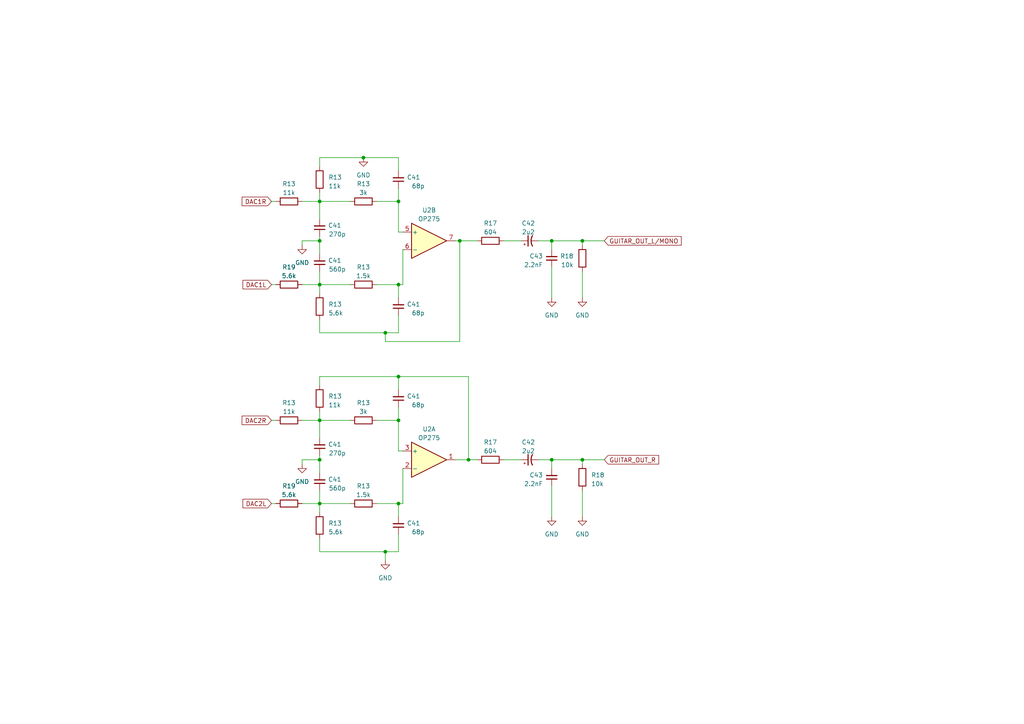
<source format=kicad_sch>
(kicad_sch (version 20230121) (generator eeschema)
  (paper "A4")
  (lib_symbols
    (symbol "Amplifier_Operational:OP275" (pin_names (offset 0.127))
      (property "Reference" "U" (at 0 5.08 0))
      (property "Value" "OP275" (at 0 -5.08 0))
      (symbol "OP275_1_1"
        (polyline (pts (xy -5.08 5.08) (xy 5.08 0) (xy -5.08 -5.08) (xy -5.08 5.08)) (stroke (width 0.254)) (fill (type background)))
        (pin output line (at 7.62 0 180) (length 2.54) (name "~") (number "1"))
        (pin input line (at -7.62 -2.54 0) (length 2.54) (name "-") (number "2"))
        (pin input line (at -7.62 2.54 0) (length 2.54) (name "+") (number "3"))
      )
      (symbol "OP275_2_1"
        (polyline (pts (xy -5.08 5.08) (xy 5.08 0) (xy -5.08 -5.08) (xy -5.08 5.08)) (stroke (width 0.254)) (fill (type background)))
        (pin input line (at -7.62 2.54 0) (length 2.54) (name "+") (number "5"))
        (pin input line (at -7.62 -2.54 0) (length 2.54) (name "-") (number "6"))
        (pin output line (at 7.62 0 180) (length 2.54) (name "~") (number "7"))
      )
      (symbol "OP275_3_1"
        (pin power_in line (at -2.54 -7.62 90) (length 3.81) (name "V-") (number "4"))
        (pin power_in line (at -2.54 7.62 270) (length 3.81) (name "V+") (number "8"))
      )
    )
    (symbol "Device:C_Polarized_Small_US" (pin_numbers hide) (pin_names (offset 0.254) hide)
      (property "Reference" "C" (at 0.254 1.778 0))
      (property "Value" "C_Polarized_Small_US" (at 0.254 -2.032 0))
      (symbol "C_Polarized_Small_US_0_1"
        (polyline (pts (xy -1.524 0.508) (xy 1.524 0.508)) (stroke (width 0.3048)))
        (polyline (pts (xy -1.27 1.524) (xy -0.762 1.524)))
        (polyline (pts (xy -1.016 1.27) (xy -1.016 1.778)))
        (arc (start 1.524 -0.762) (mid 0 -0.3734) (end -1.524 -0.762) (stroke (width 0.3048)))
      )
      (symbol "C_Polarized_Small_US_1_1"
        (pin passive line (at 0 2.54 270) (length 2.032) (name "~") (number "1"))
        (pin passive line (at 0 -2.54 90) (length 2.032) (name "~") (number "2"))
      )
    )
    (symbol "Device:C_Small" (pin_numbers hide) (pin_names (offset 0.254) hide)
      (property "Reference" "C" (at 0.254 1.778 0))
      (property "Value" "C_Small" (at 0.254 -2.032 0))
      (symbol "C_Small_0_1"
        (polyline (pts (xy -1.524 -0.508) (xy 1.524 -0.508)) (stroke (width 0.3302)))
        (polyline (pts (xy -1.524 0.508) (xy 1.524 0.508)) (stroke (width 0.3048)))
      )
      (symbol "C_Small_1_1"
        (pin passive line (at 0 2.54 270) (length 2.032) (name "~") (number "1"))
        (pin passive line (at 0 -2.54 90) (length 2.032) (name "~") (number "2"))
      )
    )
    (symbol "Device:R" (pin_numbers hide) (pin_names (offset 0))
      (property "Reference" "R" (at 2.032 0 90))
      (property "Value" "R" (at 0 0 90))
      (symbol "R_0_1"
        (rectangle (start -1.016 -2.54) (end 1.016 2.54) (stroke (width 0.254)))
      )
      (symbol "R_1_1"
        (pin passive line (at 0 3.81 270) (length 1.27) (name "~") (number "1"))
        (pin passive line (at 0 -3.81 90) (length 1.27) (name "~") (number "2"))
      )
    )
    (symbol "power:GND" (power) (pin_names (offset 0))
      (property "Value" "GND" (at 0 -3.81 0))
      (symbol "GND_0_1"
        (polyline (pts (xy 0 0) (xy 0 -1.27) (xy 1.27 -1.27) (xy 0 -2.54) (xy -1.27 -1.27) (xy 0 -1.27)))
      )
      (symbol "GND_1_1"
        (pin power_in line (at 0 0 270) (length 0) hide (name "GND") (number "1"))
      )
    )
  )
  (junction (at 135.89 133.35))
  (junction (at 92.71 69.85))
  (junction (at 92.71 82.55))
  (junction (at 160.02 69.85))
  (junction (at 111.76 160.02))
  (junction (at 111.76 96.52))
  (junction (at 92.71 121.92))
  (junction (at 115.57 58.42))
  (junction (at 105.41 45.72))
  (junction (at 160.02 133.35))
  (junction (at 133.35 69.85))
  (junction (at 168.91 69.85))
  (junction (at 92.71 146.05))
  (junction (at 115.57 82.55))
  (junction (at 115.57 146.05))
  (junction (at 92.71 133.35))
  (junction (at 115.57 109.22))
  (junction (at 115.57 121.92))
  (junction (at 168.91 133.35))
  (junction (at 92.71 58.42))
  (wire (pts (xy 87.63 133.35) (xy 92.71 133.35)))
  (wire (pts (xy 116.84 72.39) (xy 116.84 82.55)))
  (wire (pts (xy 135.89 133.35) (xy 138.43 133.35)))
  (wire (pts (xy 146.05 133.35) (xy 151.13 133.35)))
  (wire (pts (xy 168.91 78.74) (xy 168.91 86.36)))
  (wire (pts (xy 92.71 132.08) (xy 92.71 133.35)))
  (wire (pts (xy 116.84 135.89) (xy 116.84 146.05)))
  (wire (pts (xy 92.71 82.55) (xy 92.71 85.09)))
  (wire (pts (xy 92.71 68.58) (xy 92.71 69.85)))
  (wire (pts (xy 115.57 58.42) (xy 109.22 58.42)))
  (wire (pts (xy 92.71 45.72) (xy 105.41 45.72)))
  (wire (pts (xy 109.22 82.55) (xy 115.57 82.55)))
  (wire (pts (xy 111.76 96.52) (xy 115.57 96.52)))
  (wire (pts (xy 168.91 142.24) (xy 168.91 149.86)))
  (wire (pts (xy 115.57 118.11) (xy 115.57 121.92)))
  (wire (pts (xy 87.63 69.85) (xy 92.71 69.85)))
  (wire (pts (xy 160.02 133.35) (xy 160.02 135.89)))
  (wire (pts (xy 87.63 71.12) (xy 87.63 69.85)))
  (wire (pts (xy 146.05 69.85) (xy 151.13 69.85)))
  (wire (pts (xy 92.71 121.92) (xy 92.71 127)))
  (wire (pts (xy 92.71 111.76) (xy 92.71 109.22)))
  (wire (pts (xy 160.02 77.47) (xy 160.02 86.36)))
  (wire (pts (xy 87.63 58.42) (xy 92.71 58.42)))
  (wire (pts (xy 116.84 130.81) (xy 115.57 130.81)))
  (wire (pts (xy 111.76 160.02) (xy 115.57 160.02)))
  (wire (pts (xy 78.74 121.92) (xy 80.01 121.92)))
  (wire (pts (xy 92.71 69.85) (xy 92.71 73.66)))
  (wire (pts (xy 168.91 69.85) (xy 168.91 71.12)))
  (wire (pts (xy 87.63 134.62) (xy 87.63 133.35)))
  (wire (pts (xy 132.08 69.85) (xy 133.35 69.85)))
  (wire (pts (xy 115.57 146.05) (xy 115.57 149.86)))
  (wire (pts (xy 115.57 109.22) (xy 115.57 113.03)))
  (wire (pts (xy 92.71 109.22) (xy 115.57 109.22)))
  (wire (pts (xy 92.71 58.42) (xy 101.6 58.42)))
  (wire (pts (xy 92.71 142.24) (xy 92.71 146.05)))
  (wire (pts (xy 168.91 133.35) (xy 175.26 133.35)))
  (wire (pts (xy 105.41 45.72) (xy 115.57 45.72)))
  (wire (pts (xy 135.89 109.22) (xy 135.89 133.35)))
  (wire (pts (xy 111.76 99.06) (xy 133.35 99.06)))
  (wire (pts (xy 87.63 121.92) (xy 92.71 121.92)))
  (wire (pts (xy 133.35 99.06) (xy 133.35 69.85)))
  (wire (pts (xy 115.57 82.55) (xy 116.84 82.55)))
  (wire (pts (xy 168.91 133.35) (xy 168.91 134.62)))
  (wire (pts (xy 92.71 92.71) (xy 92.71 96.52)))
  (wire (pts (xy 115.57 146.05) (xy 116.84 146.05)))
  (wire (pts (xy 92.71 48.26) (xy 92.71 45.72)))
  (wire (pts (xy 92.71 146.05) (xy 92.71 148.59)))
  (wire (pts (xy 115.57 91.44) (xy 115.57 96.52)))
  (wire (pts (xy 78.74 146.05) (xy 80.01 146.05)))
  (wire (pts (xy 92.71 55.88) (xy 92.71 58.42)))
  (wire (pts (xy 78.74 58.42) (xy 80.01 58.42)))
  (wire (pts (xy 115.57 45.72) (xy 115.57 49.53)))
  (wire (pts (xy 92.71 121.92) (xy 101.6 121.92)))
  (wire (pts (xy 87.63 146.05) (xy 92.71 146.05)))
  (wire (pts (xy 92.71 133.35) (xy 92.71 137.16)))
  (wire (pts (xy 115.57 121.92) (xy 109.22 121.92)))
  (wire (pts (xy 87.63 82.55) (xy 92.71 82.55)))
  (wire (pts (xy 115.57 67.31) (xy 115.57 58.42)))
  (wire (pts (xy 133.35 69.85) (xy 138.43 69.85)))
  (wire (pts (xy 132.08 133.35) (xy 135.89 133.35)))
  (wire (pts (xy 160.02 133.35) (xy 168.91 133.35)))
  (wire (pts (xy 78.74 82.55) (xy 80.01 82.55)))
  (wire (pts (xy 115.57 54.61) (xy 115.57 58.42)))
  (wire (pts (xy 168.91 69.85) (xy 175.26 69.85)))
  (wire (pts (xy 116.84 67.31) (xy 115.57 67.31)))
  (wire (pts (xy 115.57 130.81) (xy 115.57 121.92)))
  (wire (pts (xy 115.57 109.22) (xy 135.89 109.22)))
  (wire (pts (xy 92.71 156.21) (xy 92.71 160.02)))
  (wire (pts (xy 160.02 140.97) (xy 160.02 149.86)))
  (wire (pts (xy 115.57 82.55) (xy 115.57 86.36)))
  (wire (pts (xy 109.22 146.05) (xy 115.57 146.05)))
  (wire (pts (xy 111.76 96.52) (xy 111.76 99.06)))
  (wire (pts (xy 160.02 69.85) (xy 168.91 69.85)))
  (wire (pts (xy 156.21 69.85) (xy 160.02 69.85)))
  (wire (pts (xy 92.71 119.38) (xy 92.71 121.92)))
  (wire (pts (xy 92.71 78.74) (xy 92.71 82.55)))
  (wire (pts (xy 92.71 58.42) (xy 92.71 63.5)))
  (wire (pts (xy 115.57 154.94) (xy 115.57 160.02)))
  (wire (pts (xy 156.21 133.35) (xy 160.02 133.35)))
  (wire (pts (xy 92.71 160.02) (xy 111.76 160.02)))
  (wire (pts (xy 92.71 82.55) (xy 101.6 82.55)))
  (wire (pts (xy 92.71 146.05) (xy 101.6 146.05)))
  (wire (pts (xy 111.76 160.02) (xy 111.76 162.56)))
  (wire (pts (xy 160.02 69.85) (xy 160.02 72.39)))
  (wire (pts (xy 92.71 96.52) (xy 111.76 96.52)))
  (global_label "GUITAR_OUT_L{slash}MONO" (shape input) (at 175.26 69.85 0) (property "Intersheetrefs" "${INTERSHEET_REFS}" (effects hide)))
  (global_label "GUITAR_OUT_R" (shape input) (at 175.26 133.35 0) (property "Intersheetrefs" "${INTERSHEET_REFS}" (effects hide)))
  (global_label "DAC1R" (shape input) (at 78.74 58.42 180) (property "Intersheetrefs" "${INTERSHEET_REFS}" (effects hide)))
  (global_label "DAC1L" (shape input) (at 78.74 82.55 180) (property "Intersheetrefs" "${INTERSHEET_REFS}" (effects hide)))
  (global_label "DAC2R" (shape input) (at 78.74 121.92 180) (property "Intersheetrefs" "${INTERSHEET_REFS}" (effects hide)))
  (global_label "DAC2L" (shape input) (at 78.74 146.05 180) (property "Intersheetrefs" "${INTERSHEET_REFS}" (effects hide)))
  (symbol (lib_id "Device:C_Small") (at 160.02 74.93 0) (mirror x) (unit 1)
    (property "Reference" "C43" (at 157.48 74.2886 0) (effects (justify right)))
    (property "Value" "2.2nF" (at 157.48 76.8286 0) (effects (justify right)))
    (property "Footprint" "Capacitor_SMD:C_0603_1608Metric_Pad1.08x0.95mm_HandSolder" (effects hide))
  )
  (symbol (lib_id "power:GND") (at 160.02 86.36 0) (unit 1)
    (property "Reference" "#PWR02" (effects hide))
    (property "Value" "GND" (at 160.02 91.44 0))
    (instances (project "stm_audio_board_V2_1" (path "" (reference "#PWR02") (unit 1)) (path "" (reference "#PWR01") (unit 1)) (path "" (reference "#PWR046") (unit 1))))
  )
  (symbol (lib_id "power:GND") (at 111.76 162.56 0) (unit 1)
    (property "Reference" "#PWR02" (effects hide))
    (property "Value" "GND" (at 111.76 167.64 0))
    (instances (project "stm_audio_board_V2_1" (path "" (reference "#PWR02") (unit 1)) (path "" (reference "#PWR01") (unit 1)) (path "" (reference "#PWR027") (unit 1))))
  )
  (symbol (lib_id "Device:R") (at 142.24 69.85 270) (unit 1)
    (property "Reference" "R17" (at 142.24 64.77 90))
    (property "Value" "604" (at 142.24 67.31 90))
    (property "Footprint" "Resistor_SMD:R_0805_2012Metric_Pad1.20x1.40mm_HandSolder" (effects hide))
  )
  (symbol (lib_id "Device:C_Small") (at 92.71 139.7 0) (mirror x) (unit 1)
    (property "Reference" "C41" (at 99.06 139.0586 0) (effects (justify right)))
    (property "Value" "560p" (at 100.33 141.5986 0) (effects (justify right)))
    (property "Footprint" "Capacitor_SMD:C_0603_1608Metric_Pad1.08x0.95mm_HandSolder" (effects hide))
  )
  (symbol (lib_id "Device:C_Polarized_Small_US") (at 153.67 69.85 90) (unit 1)
    (property "Reference" "C42" (at 153.2382 64.77 90))
    (property "Value" "2u2" (at 153.2382 67.31 90))
    (property "Footprint" "Capacitor_SMD:C_0805_2012Metric_Pad1.18x1.45mm_HandSolder" (effects hide))
  )
  (symbol (lib_id "Device:R") (at 105.41 58.42 270) (unit 1)
    (property "Reference" "R13" (at 105.41 53.34 90))
    (property "Value" "3k" (at 105.41 55.88 90))
    (property "Footprint" "Resistor_SMD:R_0805_2012Metric_Pad1.20x1.40mm_HandSolder" (effects hide))
  )
  (symbol (lib_id "Device:R") (at 168.91 138.43 0) (unit 1)
    (property "Reference" "R18" (at 171.45 137.795 0) (effects (justify left)))
    (property "Value" "10k" (at 171.45 140.335 0) (effects (justify left)))
    (property "Footprint" "Resistor_SMD:R_0805_2012Metric_Pad1.20x1.40mm_HandSolder" (effects hide))
    (instances (project "stm_audio_board_V2_1" (path "" (reference "R18") (unit 1)) (path "" (reference "R24") (unit 1))))
  )
  (symbol (lib_id "Device:R") (at 92.71 52.07 180) (unit 1)
    (property "Reference" "R13" (at 95.25 51.435 0) (effects (justify right)))
    (property "Value" "11k" (at 95.25 53.975 0) (effects (justify right)))
    (property "Footprint" "Resistor_SMD:R_0805_2012Metric_Pad1.20x1.40mm_HandSolder" (effects hide))
    (instances (project "stm_audio_board_V2_1" (path "" (reference "R13") (unit 1)) (path "" (reference "R31") (unit 1))))
  )
  (symbol (lib_id "Device:R") (at 105.41 121.92 270) (unit 1)
    (property "Reference" "R13" (at 105.41 116.84 90))
    (property "Value" "3k" (at 105.41 119.38 90))
    (property "Footprint" "Resistor_SMD:R_0805_2012Metric_Pad1.20x1.40mm_HandSolder" (effects hide))
    (instances (project "stm_audio_board_V2_1" (path "" (reference "R13") (unit 1)) (path "" (reference "R21") (unit 1))))
  )
  (symbol (lib_id "Amplifier_Operational:OP275") (at 124.46 133.35 0) (unit 1)
    (property "Reference" "U2" (at 124.46 124.46 0))
    (property "Value" "OP275" (at 124.46 127 0))
    (property "Footprint" "Package_SO:SSOP-8_3.9x5.05mm_P1.27mm" (effects hide))
    (property "Datasheet" "https://www.analog.com/media/en/technical-documentation/data-sheets/OP275.pdf" (effects hide))
  )
  (symbol (lib_id "Device:C_Small") (at 115.57 88.9 0) (mirror x) (unit 1)
    (property "Reference" "C41" (at 121.92 88.2586 0) (effects (justify right)))
    (property "Value" "68p" (at 123.19 90.7986 0) (effects (justify right)))
    (property "Footprint" "Capacitor_SMD:C_0603_1608Metric_Pad1.08x0.95mm_HandSolder" (effects hide))
    (instances (project "stm_audio_board_V2_1" (path "" (reference "C41") (unit 1)) (path "" (reference "C38") (unit 1))))
  )
  (symbol (lib_id "Device:R") (at 92.71 152.4 180) (unit 1)
    (property "Reference" "R13" (at 95.25 151.765 0) (effects (justify right)))
    (property "Value" "5.6k" (at 95.25 154.305 0) (effects (justify right)))
    (property "Footprint" "Resistor_SMD:R_0805_2012Metric_Pad1.20x1.40mm_HandSolder" (effects hide))
    (instances (project "stm_audio_board_V2_1" (path "" (reference "R13") (unit 1)) (path "" (reference "R20") (unit 1))))
  )
  (symbol (lib_id "power:GND") (at 168.91 149.86 0) (unit 1)
    (property "Reference" "#PWR02" (effects hide))
    (property "Value" "GND" (at 168.91 154.94 0))
    (instances (project "stm_audio_board_V2_1" (path "" (reference "#PWR02") (unit 1)) (path "" (reference "#PWR01") (unit 1)) (path "" (reference "#PWR033") (unit 1))))
  )
  (symbol (lib_id "Device:R") (at 92.71 115.57 180) (unit 1)
    (property "Reference" "R13" (at 95.25 114.935 0) (effects (justify right)))
    (property "Value" "11k" (at 95.25 117.475 0) (effects (justify right)))
    (property "Footprint" "Resistor_SMD:R_0805_2012Metric_Pad1.20x1.40mm_HandSolder" (effects hide))
    (instances (project "stm_audio_board_V2_1" (path "" (reference "R13") (unit 1)) (path "" (reference "R19") (unit 1))))
  )
  (symbol (lib_id "Amplifier_Operational:OP275") (at 124.46 69.85 0) (unit 2)
    (property "Reference" "U2" (at 124.46 60.96 0))
    (property "Value" "OP275" (at 124.46 63.5 0))
    (property "Footprint" "Package_SO:SSOP-8_3.9x5.05mm_P1.27mm" (effects hide))
    (property "Datasheet" "https://www.analog.com/media/en/technical-documentation/data-sheets/OP275.pdf" (effects hide))
  )
  (symbol (lib_id "Device:R") (at 83.82 82.55 90) (unit 1)
    (property "Reference" "R19" (at 83.82 77.47 90))
    (property "Value" "5.6k" (at 83.82 80.01 90))
    (property "Footprint" "Resistor_SMD:R_0805_2012Metric_Pad1.20x1.40mm_HandSolder" (effects hide))
    (instances (project "stm_audio_board_V2_1" (path "" (reference "R19") (unit 1)) (path "" (reference "R27") (unit 1))))
  )
  (symbol (lib_id "power:GND") (at 168.91 86.36 0) (unit 1)
    (property "Reference" "#PWR02" (effects hide))
    (property "Value" "GND" (at 168.91 91.44 0))
    (instances (project "stm_audio_board_V2_1" (path "" (reference "#PWR02") (unit 1)) (path "" (reference "#PWR01") (unit 1)) (path "" (reference "#PWR031") (unit 1))))
  )
  (symbol (lib_id "Device:C_Small") (at 92.71 76.2 0) (mirror x) (unit 1)
    (property "Reference" "C41" (at 99.06 75.5586 0) (effects (justify right)))
    (property "Value" "560p" (at 100.33 78.0986 0) (effects (justify right)))
    (property "Footprint" "Capacitor_SMD:C_0603_1608Metric_Pad1.08x0.95mm_HandSolder" (effects hide))
    (instances (project "stm_audio_board_V2_1" (path "" (reference "C41") (unit 1)) (path "" (reference "C23") (unit 1))))
  )
  (symbol (lib_id "Device:R") (at 105.41 82.55 270) (unit 1)
    (property "Reference" "R13" (at 105.41 77.47 90))
    (property "Value" "1.5k" (at 105.41 80.01 90))
    (property "Footprint" "Resistor_SMD:R_0805_2012Metric_Pad1.20x1.40mm_HandSolder" (effects hide))
    (instances (project "stm_audio_board_V2_1" (path "" (reference "R13") (unit 1)) (path "" (reference "R14") (unit 1))))
  )
  (symbol (lib_id "power:GND") (at 87.63 71.12 0) (unit 1)
    (property "Reference" "#PWR02" (effects hide))
    (property "Value" "GND" (at 87.63 76.2 0))
    (instances (project "stm_audio_board_V2_1" (path "" (reference "#PWR02") (unit 1)) (path "" (reference "#PWR01") (unit 1)) (path "" (reference "#PWR014") (unit 1))))
  )
  (symbol (lib_id "Device:R") (at 83.82 146.05 90) (unit 1)
    (property "Reference" "R19" (at 83.82 140.97 90))
    (property "Value" "5.6k" (at 83.82 143.51 90))
    (property "Footprint" "Resistor_SMD:R_0805_2012Metric_Pad1.20x1.40mm_HandSolder" (effects hide))
    (instances (project "stm_audio_board_V2_1" (path "" (reference "R19") (unit 1)) (path "" (reference "R16") (unit 1))))
  )
  (symbol (lib_id "Device:R") (at 92.71 88.9 180) (unit 1)
    (property "Reference" "R13" (at 95.25 88.265 0) (effects (justify right)))
    (property "Value" "5.6k" (at 95.25 90.805 0) (effects (justify right)))
    (property "Footprint" "Resistor_SMD:R_0805_2012Metric_Pad1.20x1.40mm_HandSolder" (effects hide))
    (instances (project "stm_audio_board_V2_1" (path "" (reference "R13") (unit 1)) (path "" (reference "R32") (unit 1))))
  )
  (symbol (lib_id "Device:C_Small") (at 160.02 138.43 0) (mirror x) (unit 1)
    (property "Reference" "C43" (at 157.48 137.7886 0) (effects (justify right)))
    (property "Value" "2.2nF" (at 157.48 140.3286 0) (effects (justify right)))
    (property "Footprint" "Capacitor_SMD:C_0603_1608Metric_Pad1.08x0.95mm_HandSolder" (effects hide))
    (instances (project "stm_audio_board_V2_1" (path "" (reference "C43") (unit 1)) (path "" (reference "C47") (unit 1))))
  )
  (symbol (lib_id "Device:C_Polarized_Small_US") (at 153.67 133.35 90) (unit 1)
    (property "Reference" "C42" (at 153.2382 128.27 90))
    (property "Value" "2u2" (at 153.2382 130.81 90))
    (property "Footprint" "Capacitor_SMD:C_0805_2012Metric_Pad1.18x1.45mm_HandSolder" (effects hide))
    (instances (project "stm_audio_board_V2_1" (path "" (reference "C42") (unit 1)) (path "" (reference "C46") (unit 1))))
  )
  (symbol (lib_id "power:GND") (at 87.63 134.62 0) (unit 1)
    (property "Reference" "#PWR02" (effects hide))
    (property "Value" "GND" (at 87.63 139.7 0))
    (instances (project "stm_audio_board_V2_1" (path "" (reference "#PWR02") (unit 1)) (path "" (reference "#PWR01") (unit 1)) (path "" (reference "#PWR021") (unit 1))))
  )
  (symbol (lib_id "Device:R") (at 168.91 74.93 0) (mirror y) (unit 1)
    (property "Reference" "R18" (at 166.37 74.295 0) (effects (justify left)))
    (property "Value" "10k" (at 166.37 76.835 0) (effects (justify left)))
    (property "Footprint" "Resistor_SMD:R_0805_2012Metric_Pad1.20x1.40mm_HandSolder" (effects hide))
  )
  (symbol (lib_id "Device:R") (at 83.82 121.92 90) (unit 1)
    (property "Reference" "R13" (at 83.82 116.84 90))
    (property "Value" "11k" (at 83.82 119.38 90))
    (property "Footprint" "Resistor_SMD:R_0805_2012Metric_Pad1.20x1.40mm_HandSolder" (effects hide))
    (instances (project "stm_audio_board_V2_1" (path "" (reference "R13") (unit 1)) (path "" (reference "R15") (unit 1))))
  )
  (symbol (lib_id "Device:C_Small") (at 115.57 152.4 0) (mirror x) (unit 1)
    (property "Reference" "C41" (at 121.92 151.7586 0) (effects (justify right)))
    (property "Value" "68p" (at 123.19 154.2986 0) (effects (justify right)))
    (property "Footprint" "Capacitor_SMD:C_0603_1608Metric_Pad1.08x0.95mm_HandSolder" (effects hide))
    (instances (project "stm_audio_board_V2_1" (path "" (reference "C41") (unit 1)) (path "" (reference "C45") (unit 1))))
  )
  (symbol (lib_id "Device:R") (at 83.82 58.42 90) (unit 1)
    (property "Reference" "R13" (at 83.82 53.34 90))
    (property "Value" "11k" (at 83.82 55.88 90))
    (property "Footprint" "Resistor_SMD:R_0805_2012Metric_Pad1.20x1.40mm_HandSolder" (effects hide))
    (instances (project "stm_audio_board_V2_1" (path "" (reference "R13") (unit 1)) (path "" (reference "R30") (unit 1))))
  )
  (symbol (lib_id "Device:C_Small") (at 115.57 115.57 0) (mirror x) (unit 1)
    (property "Reference" "C41" (at 121.92 114.9286 0) (effects (justify right)))
    (property "Value" "68p" (at 123.19 117.4686 0) (effects (justify right)))
    (property "Footprint" "Capacitor_SMD:C_0603_1608Metric_Pad1.08x0.95mm_HandSolder" (effects hide))
    (instances (project "stm_audio_board_V2_1" (path "" (reference "C41") (unit 1)) (path "" (reference "C44") (unit 1))))
  )
  (symbol (lib_id "Device:R") (at 105.41 146.05 270) (unit 1)
    (property "Reference" "R13" (at 105.41 140.97 90))
    (property "Value" "1.5k" (at 105.41 143.51 90))
    (property "Footprint" "Resistor_SMD:R_0805_2012Metric_Pad1.20x1.40mm_HandSolder" (effects hide))
    (instances (project "stm_audio_board_V2_1" (path "" (reference "R13") (unit 1)) (path "" (reference "R22") (unit 1))))
  )
  (symbol (lib_id "Device:C_Small") (at 115.57 52.07 0) (mirror x) (unit 1)
    (property "Reference" "C41" (at 121.92 51.4286 0) (effects (justify right)))
    (property "Value" "68p" (at 123.19 53.9686 0) (effects (justify right)))
    (property "Footprint" "Capacitor_SMD:C_0603_1608Metric_Pad1.08x0.95mm_HandSolder" (effects hide))
    (instances (project "stm_audio_board_V2_1" (path "" (reference "C41") (unit 1)) (path "" (reference "C39") (unit 1))))
  )
  (symbol (lib_id "Device:R") (at 142.24 133.35 270) (unit 1)
    (property "Reference" "R17" (at 142.24 128.27 90))
    (property "Value" "604" (at 142.24 130.81 90))
    (property "Footprint" "Resistor_SMD:R_0805_2012Metric_Pad1.20x1.40mm_HandSolder" (effects hide))
    (instances (project "stm_audio_board_V2_1" (path "" (reference "R17") (unit 1)) (path "" (reference "R23") (unit 1))))
  )
  (symbol (lib_id "power:GND") (at 160.02 149.86 0) (unit 1)
    (property "Reference" "#PWR02" (effects hide))
    (property "Value" "GND" (at 160.02 154.94 0))
    (instances (project "stm_audio_board_V2_1" (path "" (reference "#PWR02") (unit 1)) (path "" (reference "#PWR01") (unit 1)) (path "" (reference "#PWR030") (unit 1))))
  )
  (symbol (lib_id "Device:C_Small") (at 92.71 66.04 0) (mirror x) (unit 1)
    (property "Reference" "C41" (at 99.06 65.3986 0) (effects (justify right)))
    (property "Value" "270p" (at 100.33 67.9386 0) (effects (justify right)))
    (property "Footprint" "Capacitor_SMD:C_0603_1608Metric_Pad1.08x0.95mm_HandSolder" (effects hide))
    (instances (project "stm_audio_board_V2_1" (path "" (reference "C41") (unit 1)) (path "" (reference "C22") (unit 1))))
  )
  (symbol (lib_id "Device:C_Small") (at 92.71 129.54 0) (mirror x) (unit 1)
    (property "Reference" "C41" (at 99.06 128.8986 0) (effects (justify right)))
    (property "Value" "270p" (at 100.33 131.4386 0) (effects (justify right)))
    (property "Footprint" "Capacitor_SMD:C_0603_1608Metric_Pad1.08x0.95mm_HandSolder" (effects hide))
    (instances (project "stm_audio_board_V2_1" (path "" (reference "C41") (unit 1)) (path "" (reference "C40") (unit 1))))
  )
  (symbol (lib_id "power:GND") (at 105.41 45.72 0) (unit 1)
    (property "Reference" "#PWR02" (effects hide))
    (property "Value" "GND" (at 105.41 50.8 0))
    (instances (project "stm_audio_board_V2_1" (path "" (reference "#PWR02") (unit 1)) (path "" (reference "#PWR01") (unit 1)) (path "" (reference "#PWR015") (unit 1))))
  )
)
</source>
